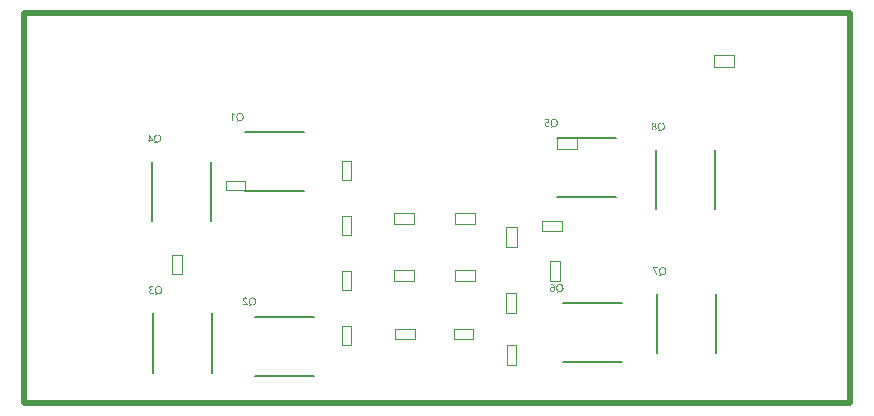
<source format=gbo>
G04*
G04 #@! TF.GenerationSoftware,Altium Limited,Altium Designer,20.0.13 (296)*
G04*
G04 Layer_Color=32896*
%FSLAX24Y24*%
%MOIN*%
G70*
G01*
G75*
%ADD11C,0.0079*%
%ADD25C,0.0200*%
%ADD26C,0.0039*%
G36*
X21017Y9351D02*
X21024Y9350D01*
X21030Y9349D01*
X21036Y9348D01*
X21040Y9346D01*
X21043Y9344D01*
X21046Y9343D01*
X21046Y9343D01*
X21052Y9340D01*
X21058Y9335D01*
X21062Y9331D01*
X21065Y9328D01*
X21069Y9324D01*
X21071Y9321D01*
X21072Y9320D01*
X21073Y9319D01*
X21076Y9313D01*
X21078Y9307D01*
X21080Y9302D01*
X21081Y9297D01*
X21082Y9292D01*
X21082Y9288D01*
Y9286D01*
Y9286D01*
Y9286D01*
X21082Y9279D01*
X21080Y9273D01*
X21079Y9268D01*
X21077Y9263D01*
X21075Y9259D01*
X21074Y9256D01*
X21073Y9254D01*
X21072Y9253D01*
X21068Y9248D01*
X21064Y9244D01*
X21059Y9239D01*
X21055Y9236D01*
X21051Y9233D01*
X21048Y9231D01*
X21046Y9230D01*
X21046Y9229D01*
X21053Y9226D01*
X21060Y9222D01*
X21065Y9217D01*
X21070Y9213D01*
X21074Y9209D01*
X21077Y9206D01*
X21079Y9204D01*
X21080Y9203D01*
Y9203D01*
X21084Y9196D01*
X21087Y9189D01*
X21090Y9182D01*
X21091Y9175D01*
X21092Y9169D01*
X21093Y9165D01*
X21093Y9164D01*
Y9162D01*
Y9162D01*
Y9162D01*
X21093Y9154D01*
X21091Y9146D01*
X21090Y9140D01*
X21088Y9134D01*
X21086Y9129D01*
X21084Y9125D01*
X21083Y9123D01*
X21083Y9122D01*
X21078Y9116D01*
X21073Y9111D01*
X21068Y9106D01*
X21063Y9102D01*
X21059Y9100D01*
X21056Y9097D01*
X21053Y9096D01*
X21053Y9095D01*
X21045Y9093D01*
X21038Y9090D01*
X21031Y9088D01*
X21024Y9087D01*
X21018Y9087D01*
X21014Y9086D01*
X21010D01*
X21001Y9087D01*
X20993Y9087D01*
X20986Y9089D01*
X20979Y9091D01*
X20974Y9093D01*
X20970Y9094D01*
X20967Y9095D01*
X20966Y9095D01*
X20959Y9099D01*
X20954Y9104D01*
X20949Y9108D01*
X20944Y9112D01*
X20941Y9116D01*
X20939Y9119D01*
X20937Y9121D01*
X20937Y9122D01*
X20933Y9129D01*
X20931Y9136D01*
X20929Y9142D01*
X20927Y9148D01*
X20927Y9154D01*
X20926Y9158D01*
Y9159D01*
Y9161D01*
Y9161D01*
Y9162D01*
X20927Y9169D01*
X20928Y9177D01*
X20930Y9184D01*
X20933Y9190D01*
X20935Y9195D01*
X20937Y9199D01*
X20939Y9201D01*
X20939Y9202D01*
X20944Y9209D01*
X20950Y9214D01*
X20956Y9219D01*
X20961Y9223D01*
X20966Y9226D01*
X20970Y9228D01*
X20972Y9229D01*
X20973Y9229D01*
X20973D01*
X20967Y9233D01*
X20962Y9237D01*
X20957Y9241D01*
X20954Y9245D01*
X20951Y9248D01*
X20949Y9251D01*
X20947Y9253D01*
X20947Y9254D01*
X20944Y9260D01*
X20942Y9265D01*
X20940Y9271D01*
X20939Y9276D01*
X20938Y9279D01*
X20937Y9283D01*
Y9285D01*
Y9286D01*
X20938Y9292D01*
X20939Y9299D01*
X20940Y9304D01*
X20942Y9309D01*
X20944Y9313D01*
X20945Y9317D01*
X20946Y9318D01*
X20947Y9319D01*
X20950Y9325D01*
X20954Y9329D01*
X20959Y9333D01*
X20963Y9337D01*
X20967Y9339D01*
X20970Y9341D01*
X20972Y9343D01*
X20973Y9343D01*
X20979Y9346D01*
X20986Y9348D01*
X20992Y9350D01*
X20997Y9350D01*
X21002Y9351D01*
X21006Y9352D01*
X21010D01*
X21017Y9351D01*
D02*
G37*
G36*
X21256D02*
X21266Y9350D01*
X21275Y9348D01*
X21284Y9346D01*
X21292Y9343D01*
X21299Y9340D01*
X21306Y9337D01*
X21313Y9333D01*
X21318Y9330D01*
X21323Y9326D01*
X21327Y9323D01*
X21330Y9320D01*
X21333Y9318D01*
X21335Y9316D01*
X21336Y9315D01*
X21337Y9315D01*
X21343Y9308D01*
X21348Y9300D01*
X21353Y9292D01*
X21356Y9283D01*
X21360Y9275D01*
X21362Y9267D01*
X21365Y9259D01*
X21366Y9251D01*
X21367Y9244D01*
X21369Y9237D01*
X21369Y9231D01*
X21370Y9226D01*
Y9221D01*
X21370Y9218D01*
Y9216D01*
Y9215D01*
X21370Y9205D01*
X21369Y9194D01*
X21367Y9185D01*
X21365Y9176D01*
X21363Y9168D01*
X21360Y9160D01*
X21357Y9153D01*
X21354Y9147D01*
X21351Y9141D01*
X21348Y9136D01*
X21345Y9132D01*
X21343Y9128D01*
X21340Y9125D01*
X21339Y9123D01*
X21338Y9122D01*
X21338Y9122D01*
X21331Y9115D01*
X21324Y9110D01*
X21317Y9105D01*
X21310Y9101D01*
X21302Y9097D01*
X21295Y9095D01*
X21288Y9092D01*
X21281Y9090D01*
X21274Y9089D01*
X21268Y9088D01*
X21263Y9087D01*
X21259Y9086D01*
X21255D01*
X21252Y9086D01*
X21249D01*
X21241Y9086D01*
X21234Y9087D01*
X21226Y9087D01*
X21220Y9089D01*
X21215Y9090D01*
X21211Y9090D01*
X21209Y9091D01*
X21208Y9091D01*
X21159Y9055D01*
X21104D01*
X21177Y9107D01*
X21170Y9112D01*
X21167Y9115D01*
X21165Y9117D01*
X21162Y9119D01*
X21161Y9121D01*
X21160Y9122D01*
X21160Y9122D01*
X21154Y9129D01*
X21148Y9137D01*
X21144Y9145D01*
X21140Y9153D01*
X21137Y9162D01*
X21134Y9170D01*
X21132Y9178D01*
X21130Y9186D01*
X21129Y9193D01*
X21127Y9200D01*
X21127Y9206D01*
X21126Y9211D01*
Y9216D01*
X21126Y9219D01*
Y9221D01*
Y9221D01*
X21126Y9232D01*
X21127Y9242D01*
X21129Y9252D01*
X21131Y9261D01*
X21133Y9269D01*
X21136Y9277D01*
X21139Y9284D01*
X21142Y9290D01*
X21145Y9296D01*
X21148Y9301D01*
X21151Y9305D01*
X21154Y9309D01*
X21156Y9312D01*
X21157Y9314D01*
X21158Y9315D01*
X21159Y9315D01*
X21165Y9322D01*
X21172Y9328D01*
X21179Y9332D01*
X21186Y9336D01*
X21193Y9340D01*
X21200Y9343D01*
X21207Y9345D01*
X21214Y9347D01*
X21221Y9349D01*
X21226Y9350D01*
X21232Y9350D01*
X21236Y9351D01*
X21240D01*
X21243Y9352D01*
X21245D01*
X21256Y9351D01*
D02*
G37*
G36*
X21141Y4498D02*
X21013D01*
X21027Y4474D01*
X21033Y4462D01*
X21039Y4451D01*
X21045Y4440D01*
X21050Y4429D01*
X21054Y4420D01*
X21058Y4411D01*
X21062Y4402D01*
X21066Y4395D01*
X21068Y4389D01*
X21071Y4383D01*
X21072Y4379D01*
X21073Y4376D01*
X21074Y4374D01*
X21075Y4373D01*
X21083Y4352D01*
X21086Y4342D01*
X21089Y4333D01*
X21092Y4324D01*
X21094Y4315D01*
X21096Y4307D01*
X21098Y4300D01*
X21099Y4293D01*
X21101Y4287D01*
X21102Y4282D01*
X21103Y4278D01*
X21103Y4275D01*
X21103Y4272D01*
X21104Y4270D01*
Y4270D01*
X21070D01*
X21067Y4288D01*
X21063Y4306D01*
X21058Y4324D01*
X21056Y4332D01*
X21054Y4340D01*
X21051Y4348D01*
X21049Y4354D01*
X21047Y4361D01*
X21045Y4366D01*
X21044Y4370D01*
X21042Y4374D01*
X21042Y4375D01*
X21041Y4376D01*
X21032Y4399D01*
X21021Y4422D01*
X21016Y4433D01*
X21011Y4444D01*
X21006Y4454D01*
X21001Y4464D01*
X20996Y4473D01*
X20992Y4482D01*
X20987Y4489D01*
X20984Y4495D01*
X20981Y4500D01*
X20979Y4504D01*
X20978Y4506D01*
X20977Y4507D01*
Y4527D01*
X21141D01*
Y4498D01*
D02*
G37*
G36*
X21306Y4531D02*
X21316Y4530D01*
X21325Y4528D01*
X21334Y4526D01*
X21342Y4523D01*
X21349Y4520D01*
X21356Y4517D01*
X21363Y4513D01*
X21368Y4510D01*
X21373Y4506D01*
X21377Y4503D01*
X21380Y4500D01*
X21383Y4498D01*
X21385Y4496D01*
X21386Y4495D01*
X21387Y4495D01*
X21393Y4488D01*
X21398Y4480D01*
X21403Y4472D01*
X21406Y4463D01*
X21410Y4455D01*
X21412Y4447D01*
X21415Y4439D01*
X21416Y4431D01*
X21418Y4424D01*
X21419Y4417D01*
X21419Y4411D01*
X21420Y4406D01*
Y4401D01*
X21420Y4398D01*
Y4396D01*
Y4395D01*
X21420Y4385D01*
X21419Y4374D01*
X21418Y4365D01*
X21415Y4356D01*
X21413Y4348D01*
X21410Y4340D01*
X21407Y4333D01*
X21404Y4327D01*
X21401Y4321D01*
X21398Y4316D01*
X21395Y4312D01*
X21393Y4308D01*
X21390Y4305D01*
X21389Y4303D01*
X21388Y4302D01*
X21388Y4302D01*
X21381Y4295D01*
X21374Y4290D01*
X21367Y4285D01*
X21360Y4281D01*
X21352Y4277D01*
X21345Y4275D01*
X21338Y4272D01*
X21331Y4270D01*
X21324Y4269D01*
X21319Y4268D01*
X21313Y4267D01*
X21309Y4266D01*
X21305D01*
X21302Y4266D01*
X21299D01*
X21291Y4266D01*
X21284Y4267D01*
X21276Y4268D01*
X21270Y4269D01*
X21265Y4270D01*
X21261Y4270D01*
X21259Y4271D01*
X21258Y4271D01*
X21209Y4235D01*
X21154D01*
X21227Y4287D01*
X21220Y4292D01*
X21217Y4295D01*
X21214Y4297D01*
X21212Y4299D01*
X21211Y4301D01*
X21210Y4302D01*
X21209Y4302D01*
X21204Y4309D01*
X21198Y4317D01*
X21194Y4325D01*
X21190Y4333D01*
X21187Y4342D01*
X21184Y4350D01*
X21182Y4358D01*
X21180Y4366D01*
X21179Y4373D01*
X21177Y4380D01*
X21177Y4386D01*
X21176Y4391D01*
Y4396D01*
X21176Y4399D01*
Y4401D01*
Y4401D01*
X21176Y4412D01*
X21177Y4422D01*
X21179Y4432D01*
X21181Y4441D01*
X21183Y4449D01*
X21186Y4457D01*
X21189Y4464D01*
X21192Y4470D01*
X21195Y4476D01*
X21198Y4481D01*
X21201Y4485D01*
X21204Y4489D01*
X21206Y4492D01*
X21207Y4494D01*
X21208Y4495D01*
X21209Y4495D01*
X21215Y4502D01*
X21222Y4508D01*
X21229Y4512D01*
X21236Y4516D01*
X21243Y4520D01*
X21250Y4523D01*
X21257Y4525D01*
X21264Y4527D01*
X21271Y4529D01*
X21276Y4530D01*
X21282Y4530D01*
X21286Y4531D01*
X21290D01*
X21293Y4532D01*
X21295D01*
X21306Y4531D01*
D02*
G37*
G36*
X17612Y3971D02*
X17620Y3970D01*
X17628Y3968D01*
X17636Y3965D01*
X17642Y3963D01*
X17648Y3959D01*
X17654Y3955D01*
X17660Y3952D01*
X17664Y3948D01*
X17668Y3944D01*
X17672Y3941D01*
X17675Y3938D01*
X17678Y3935D01*
X17679Y3933D01*
X17680Y3932D01*
X17680Y3931D01*
X17685Y3923D01*
X17690Y3915D01*
X17694Y3906D01*
X17697Y3898D01*
X17700Y3888D01*
X17703Y3880D01*
X17705Y3871D01*
X17706Y3862D01*
X17707Y3854D01*
X17708Y3847D01*
X17709Y3840D01*
X17709Y3834D01*
X17710Y3830D01*
Y3826D01*
Y3824D01*
Y3823D01*
X17709Y3813D01*
X17709Y3803D01*
X17708Y3794D01*
X17706Y3786D01*
X17705Y3778D01*
X17703Y3771D01*
X17700Y3765D01*
X17698Y3759D01*
X17697Y3753D01*
X17695Y3749D01*
X17693Y3745D01*
X17691Y3742D01*
X17690Y3740D01*
X17688Y3737D01*
X17688Y3737D01*
X17688Y3736D01*
X17683Y3731D01*
X17678Y3726D01*
X17673Y3722D01*
X17668Y3719D01*
X17663Y3716D01*
X17658Y3713D01*
X17653Y3711D01*
X17648Y3710D01*
X17644Y3708D01*
X17640Y3708D01*
X17636Y3707D01*
X17632Y3706D01*
X17630D01*
X17628Y3706D01*
X17626D01*
X17619Y3706D01*
X17613Y3707D01*
X17607Y3708D01*
X17602Y3710D01*
X17592Y3713D01*
X17587Y3716D01*
X17583Y3718D01*
X17580Y3720D01*
X17577Y3722D01*
X17574Y3725D01*
X17572Y3726D01*
X17570Y3728D01*
X17568Y3729D01*
X17568Y3730D01*
X17567Y3730D01*
X17563Y3735D01*
X17559Y3740D01*
X17557Y3745D01*
X17554Y3750D01*
X17550Y3760D01*
X17547Y3770D01*
X17546Y3774D01*
X17545Y3778D01*
X17545Y3782D01*
X17544Y3785D01*
X17544Y3788D01*
Y3790D01*
Y3791D01*
Y3792D01*
X17544Y3798D01*
X17545Y3804D01*
X17547Y3816D01*
X17550Y3826D01*
X17552Y3830D01*
X17554Y3834D01*
X17556Y3838D01*
X17558Y3841D01*
X17559Y3843D01*
X17561Y3846D01*
X17562Y3847D01*
X17563Y3849D01*
X17564Y3849D01*
X17564Y3849D01*
X17568Y3853D01*
X17572Y3857D01*
X17577Y3860D01*
X17581Y3862D01*
X17590Y3866D01*
X17598Y3868D01*
X17606Y3870D01*
X17609Y3871D01*
X17612Y3871D01*
X17614Y3871D01*
X17617D01*
X17625Y3871D01*
X17631Y3870D01*
X17638Y3868D01*
X17643Y3866D01*
X17648Y3863D01*
X17653Y3860D01*
X17658Y3857D01*
X17661Y3854D01*
X17665Y3851D01*
X17668Y3847D01*
X17670Y3844D01*
X17672Y3841D01*
X17673Y3839D01*
X17675Y3838D01*
X17675Y3836D01*
X17675Y3836D01*
X17676D01*
X17676Y3845D01*
X17675Y3854D01*
X17674Y3862D01*
X17673Y3870D01*
X17672Y3877D01*
X17670Y3883D01*
X17668Y3889D01*
X17666Y3894D01*
X17664Y3899D01*
X17662Y3903D01*
X17661Y3907D01*
X17659Y3910D01*
X17658Y3912D01*
X17657Y3914D01*
X17656Y3915D01*
X17656Y3915D01*
X17652Y3920D01*
X17648Y3925D01*
X17643Y3928D01*
X17639Y3932D01*
X17634Y3935D01*
X17630Y3937D01*
X17626Y3939D01*
X17621Y3940D01*
X17614Y3943D01*
X17611Y3943D01*
X17608Y3944D01*
X17606Y3944D01*
X17602D01*
X17594Y3944D01*
X17586Y3943D01*
X17579Y3941D01*
X17573Y3939D01*
X17568Y3938D01*
X17564Y3936D01*
X17561Y3935D01*
X17561Y3934D01*
X17560D01*
Y3964D01*
X17567Y3967D01*
X17574Y3968D01*
X17581Y3970D01*
X17587Y3971D01*
X17594Y3971D01*
X17599Y3972D01*
X17603D01*
X17612Y3971D01*
D02*
G37*
G36*
X17876D02*
X17886Y3970D01*
X17895Y3968D01*
X17904Y3966D01*
X17912Y3963D01*
X17919Y3960D01*
X17926Y3957D01*
X17933Y3953D01*
X17938Y3950D01*
X17943Y3946D01*
X17947Y3943D01*
X17950Y3940D01*
X17953Y3938D01*
X17955Y3936D01*
X17956Y3935D01*
X17957Y3935D01*
X17963Y3928D01*
X17968Y3920D01*
X17973Y3912D01*
X17976Y3903D01*
X17980Y3895D01*
X17982Y3887D01*
X17985Y3879D01*
X17986Y3871D01*
X17988Y3864D01*
X17989Y3857D01*
X17989Y3851D01*
X17990Y3846D01*
Y3841D01*
X17990Y3838D01*
Y3836D01*
Y3835D01*
X17990Y3825D01*
X17989Y3814D01*
X17988Y3805D01*
X17985Y3796D01*
X17983Y3788D01*
X17980Y3780D01*
X17977Y3773D01*
X17974Y3767D01*
X17971Y3761D01*
X17968Y3756D01*
X17965Y3752D01*
X17963Y3748D01*
X17960Y3745D01*
X17959Y3743D01*
X17958Y3742D01*
X17958Y3742D01*
X17951Y3735D01*
X17944Y3730D01*
X17937Y3725D01*
X17930Y3721D01*
X17922Y3717D01*
X17915Y3715D01*
X17908Y3712D01*
X17901Y3710D01*
X17894Y3709D01*
X17888Y3708D01*
X17883Y3707D01*
X17879Y3706D01*
X17875D01*
X17872Y3706D01*
X17869D01*
X17861Y3706D01*
X17854Y3707D01*
X17846Y3708D01*
X17840Y3709D01*
X17835Y3710D01*
X17831Y3710D01*
X17829Y3711D01*
X17828Y3711D01*
X17779Y3675D01*
X17724D01*
X17797Y3727D01*
X17790Y3732D01*
X17787Y3735D01*
X17785Y3737D01*
X17782Y3739D01*
X17781Y3741D01*
X17780Y3742D01*
X17780Y3742D01*
X17774Y3749D01*
X17768Y3757D01*
X17764Y3765D01*
X17760Y3773D01*
X17757Y3782D01*
X17754Y3790D01*
X17752Y3798D01*
X17750Y3806D01*
X17749Y3813D01*
X17747Y3820D01*
X17747Y3826D01*
X17746Y3831D01*
Y3836D01*
X17746Y3839D01*
Y3841D01*
Y3841D01*
X17746Y3852D01*
X17747Y3862D01*
X17749Y3872D01*
X17751Y3881D01*
X17753Y3889D01*
X17756Y3897D01*
X17759Y3904D01*
X17762Y3910D01*
X17765Y3916D01*
X17768Y3921D01*
X17771Y3925D01*
X17774Y3929D01*
X17776Y3932D01*
X17777Y3934D01*
X17778Y3935D01*
X17779Y3935D01*
X17785Y3942D01*
X17792Y3948D01*
X17799Y3952D01*
X17806Y3956D01*
X17813Y3960D01*
X17820Y3963D01*
X17827Y3965D01*
X17834Y3967D01*
X17841Y3969D01*
X17846Y3970D01*
X17852Y3970D01*
X17856Y3971D01*
X17860D01*
X17863Y3972D01*
X17865D01*
X17876Y3971D01*
D02*
G37*
G36*
X17507Y9336D02*
X17499Y9337D01*
X17492Y9338D01*
X17484Y9338D01*
X17478D01*
X17472Y9339D01*
X17463D01*
X17452Y9338D01*
X17442Y9336D01*
X17434Y9334D01*
X17427Y9332D01*
X17422Y9329D01*
X17418Y9327D01*
X17416Y9325D01*
X17415Y9325D01*
X17409Y9319D01*
X17405Y9313D01*
X17401Y9307D01*
X17399Y9301D01*
X17398Y9295D01*
X17398Y9291D01*
X17397Y9289D01*
Y9288D01*
Y9287D01*
Y9287D01*
X17398Y9278D01*
X17400Y9270D01*
X17403Y9263D01*
X17406Y9257D01*
X17409Y9253D01*
X17411Y9250D01*
X17413Y9248D01*
X17414Y9247D01*
X17421Y9242D01*
X17428Y9239D01*
X17435Y9236D01*
X17442Y9234D01*
X17448Y9233D01*
X17453Y9233D01*
X17455Y9232D01*
X17457D01*
X17467Y9233D01*
X17477Y9235D01*
X17486Y9238D01*
X17494Y9241D01*
X17501Y9244D01*
X17503Y9246D01*
X17506Y9247D01*
X17508Y9248D01*
X17509Y9249D01*
X17510Y9250D01*
X17510D01*
Y9216D01*
X17507Y9215D01*
X17503Y9213D01*
X17495Y9210D01*
X17486Y9208D01*
X17477Y9207D01*
X17469Y9206D01*
X17465D01*
X17462Y9206D01*
X17456D01*
X17449Y9206D01*
X17441Y9207D01*
X17435Y9208D01*
X17428Y9210D01*
X17422Y9211D01*
X17417Y9213D01*
X17412Y9215D01*
X17407Y9217D01*
X17403Y9220D01*
X17399Y9222D01*
X17396Y9223D01*
X17394Y9225D01*
X17392Y9227D01*
X17391Y9228D01*
X17390Y9228D01*
X17389Y9229D01*
X17385Y9233D01*
X17381Y9238D01*
X17378Y9243D01*
X17375Y9248D01*
X17372Y9253D01*
X17371Y9258D01*
X17367Y9267D01*
X17367Y9272D01*
X17366Y9276D01*
X17365Y9279D01*
X17365Y9283D01*
X17364Y9285D01*
Y9287D01*
Y9289D01*
Y9289D01*
X17365Y9296D01*
X17365Y9302D01*
X17368Y9314D01*
X17370Y9319D01*
X17372Y9324D01*
X17374Y9328D01*
X17376Y9331D01*
X17378Y9335D01*
X17380Y9338D01*
X17382Y9341D01*
X17384Y9343D01*
X17386Y9344D01*
X17387Y9346D01*
X17387Y9346D01*
X17388Y9346D01*
X17392Y9350D01*
X17397Y9353D01*
X17402Y9356D01*
X17408Y9358D01*
X17418Y9362D01*
X17429Y9364D01*
X17433Y9365D01*
X17438Y9366D01*
X17442Y9366D01*
X17445D01*
X17448Y9367D01*
X17452D01*
X17475Y9366D01*
X17470Y9439D01*
X17377D01*
Y9467D01*
X17497D01*
X17507Y9336D01*
D02*
G37*
G36*
X17686Y9471D02*
X17696Y9470D01*
X17705Y9468D01*
X17714Y9466D01*
X17722Y9463D01*
X17729Y9460D01*
X17736Y9457D01*
X17743Y9453D01*
X17748Y9450D01*
X17753Y9446D01*
X17757Y9443D01*
X17760Y9440D01*
X17763Y9438D01*
X17765Y9436D01*
X17766Y9435D01*
X17767Y9435D01*
X17773Y9428D01*
X17778Y9420D01*
X17783Y9412D01*
X17786Y9403D01*
X17790Y9395D01*
X17792Y9387D01*
X17795Y9379D01*
X17796Y9371D01*
X17797Y9363D01*
X17799Y9357D01*
X17799Y9351D01*
X17800Y9346D01*
Y9341D01*
X17800Y9338D01*
Y9336D01*
Y9335D01*
X17800Y9325D01*
X17799Y9314D01*
X17797Y9305D01*
X17795Y9296D01*
X17793Y9288D01*
X17790Y9280D01*
X17787Y9273D01*
X17784Y9267D01*
X17781Y9261D01*
X17778Y9256D01*
X17775Y9252D01*
X17773Y9248D01*
X17770Y9245D01*
X17769Y9243D01*
X17768Y9242D01*
X17768Y9242D01*
X17761Y9235D01*
X17754Y9230D01*
X17747Y9225D01*
X17740Y9221D01*
X17732Y9217D01*
X17725Y9215D01*
X17718Y9212D01*
X17711Y9210D01*
X17704Y9209D01*
X17699Y9208D01*
X17693Y9207D01*
X17689Y9206D01*
X17685D01*
X17682Y9206D01*
X17679D01*
X17671Y9206D01*
X17664Y9207D01*
X17656Y9208D01*
X17650Y9209D01*
X17645Y9210D01*
X17641Y9210D01*
X17639Y9211D01*
X17638Y9211D01*
X17589Y9175D01*
X17534D01*
X17607Y9227D01*
X17600Y9232D01*
X17597Y9235D01*
X17594Y9237D01*
X17592Y9239D01*
X17591Y9241D01*
X17590Y9242D01*
X17589Y9242D01*
X17584Y9249D01*
X17578Y9257D01*
X17574Y9265D01*
X17570Y9273D01*
X17567Y9282D01*
X17564Y9290D01*
X17562Y9298D01*
X17560Y9306D01*
X17559Y9313D01*
X17557Y9320D01*
X17557Y9326D01*
X17556Y9331D01*
Y9336D01*
X17556Y9339D01*
Y9341D01*
Y9341D01*
X17556Y9352D01*
X17557Y9362D01*
X17559Y9372D01*
X17561Y9381D01*
X17563Y9389D01*
X17566Y9397D01*
X17569Y9404D01*
X17572Y9410D01*
X17575Y9416D01*
X17578Y9421D01*
X17581Y9425D01*
X17584Y9429D01*
X17586Y9432D01*
X17587Y9434D01*
X17588Y9435D01*
X17589Y9435D01*
X17595Y9442D01*
X17602Y9448D01*
X17609Y9452D01*
X17616Y9456D01*
X17623Y9460D01*
X17630Y9463D01*
X17637Y9465D01*
X17644Y9467D01*
X17651Y9469D01*
X17656Y9470D01*
X17662Y9470D01*
X17666Y9471D01*
X17670D01*
X17673Y9472D01*
X17675D01*
X17686Y9471D01*
D02*
G37*
G36*
X4207Y8931D02*
X4216Y8916D01*
X4225Y8901D01*
X4229Y8894D01*
X4233Y8888D01*
X4237Y8881D01*
X4241Y8876D01*
X4244Y8871D01*
X4247Y8867D01*
X4249Y8863D01*
X4251Y8861D01*
X4252Y8859D01*
X4252Y8859D01*
X4264Y8842D01*
X4276Y8826D01*
X4281Y8819D01*
X4287Y8812D01*
X4292Y8806D01*
X4297Y8800D01*
X4301Y8794D01*
X4305Y8790D01*
X4308Y8786D01*
X4311Y8782D01*
X4313Y8779D01*
X4315Y8777D01*
X4316Y8776D01*
X4317Y8776D01*
Y8750D01*
X4196D01*
Y8690D01*
X4165D01*
Y8750D01*
X4126D01*
Y8777D01*
X4165D01*
Y8947D01*
X4199D01*
X4207Y8931D01*
D02*
G37*
G36*
X4466Y8951D02*
X4476Y8950D01*
X4485Y8948D01*
X4494Y8946D01*
X4502Y8943D01*
X4509Y8940D01*
X4516Y8937D01*
X4523Y8933D01*
X4528Y8930D01*
X4533Y8926D01*
X4537Y8923D01*
X4540Y8920D01*
X4543Y8918D01*
X4545Y8916D01*
X4546Y8915D01*
X4547Y8915D01*
X4553Y8908D01*
X4558Y8900D01*
X4563Y8892D01*
X4566Y8883D01*
X4570Y8875D01*
X4572Y8867D01*
X4575Y8859D01*
X4576Y8851D01*
X4577Y8844D01*
X4579Y8837D01*
X4579Y8831D01*
X4580Y8826D01*
Y8821D01*
X4580Y8818D01*
Y8816D01*
Y8815D01*
X4580Y8805D01*
X4579Y8794D01*
X4577Y8785D01*
X4575Y8776D01*
X4573Y8768D01*
X4570Y8760D01*
X4567Y8753D01*
X4564Y8747D01*
X4561Y8741D01*
X4558Y8736D01*
X4555Y8732D01*
X4553Y8728D01*
X4550Y8725D01*
X4549Y8723D01*
X4548Y8722D01*
X4548Y8722D01*
X4541Y8715D01*
X4534Y8710D01*
X4527Y8705D01*
X4520Y8701D01*
X4512Y8697D01*
X4505Y8695D01*
X4498Y8692D01*
X4491Y8690D01*
X4484Y8689D01*
X4478Y8688D01*
X4473Y8687D01*
X4469Y8686D01*
X4465D01*
X4462Y8686D01*
X4459D01*
X4451Y8686D01*
X4444Y8687D01*
X4436Y8687D01*
X4430Y8689D01*
X4425Y8690D01*
X4421Y8690D01*
X4419Y8691D01*
X4418Y8691D01*
X4369Y8655D01*
X4314D01*
X4387Y8707D01*
X4380Y8712D01*
X4377Y8715D01*
X4374Y8717D01*
X4372Y8719D01*
X4371Y8721D01*
X4370Y8722D01*
X4369Y8722D01*
X4364Y8729D01*
X4358Y8737D01*
X4354Y8745D01*
X4350Y8753D01*
X4347Y8762D01*
X4344Y8770D01*
X4342Y8778D01*
X4340Y8786D01*
X4339Y8793D01*
X4337Y8800D01*
X4337Y8806D01*
X4336Y8811D01*
Y8816D01*
X4336Y8819D01*
Y8821D01*
Y8821D01*
X4336Y8832D01*
X4337Y8842D01*
X4339Y8852D01*
X4341Y8861D01*
X4343Y8869D01*
X4346Y8877D01*
X4349Y8884D01*
X4352Y8890D01*
X4355Y8896D01*
X4358Y8901D01*
X4361Y8905D01*
X4364Y8909D01*
X4366Y8912D01*
X4367Y8914D01*
X4368Y8915D01*
X4369Y8915D01*
X4375Y8922D01*
X4382Y8928D01*
X4389Y8932D01*
X4396Y8936D01*
X4403Y8940D01*
X4410Y8943D01*
X4417Y8945D01*
X4424Y8947D01*
X4431Y8949D01*
X4436Y8950D01*
X4442Y8950D01*
X4446Y8951D01*
X4450D01*
X4453Y8952D01*
X4455D01*
X4466Y8951D01*
D02*
G37*
G36*
X4269Y3901D02*
X4280Y3899D01*
X4290Y3897D01*
X4299Y3894D01*
X4303Y3893D01*
X4306Y3891D01*
X4309Y3890D01*
X4311Y3889D01*
X4313Y3888D01*
X4314Y3888D01*
X4315Y3887D01*
X4315D01*
Y3856D01*
X4311Y3860D01*
X4306Y3862D01*
X4298Y3867D01*
X4289Y3870D01*
X4281Y3872D01*
X4275Y3873D01*
X4272Y3874D01*
X4269D01*
X4267Y3874D01*
X4265D01*
X4256Y3874D01*
X4249Y3873D01*
X4243Y3870D01*
X4237Y3868D01*
X4233Y3865D01*
X4229Y3861D01*
X4226Y3857D01*
X4223Y3853D01*
X4221Y3849D01*
X4220Y3846D01*
X4219Y3842D01*
X4218Y3839D01*
X4218Y3836D01*
X4217Y3834D01*
Y3833D01*
Y3832D01*
X4218Y3824D01*
X4220Y3817D01*
X4223Y3811D01*
X4227Y3806D01*
X4232Y3801D01*
X4237Y3797D01*
X4243Y3794D01*
X4248Y3792D01*
X4254Y3790D01*
X4260Y3789D01*
X4265Y3787D01*
X4270Y3787D01*
X4273Y3786D01*
X4277Y3786D01*
X4300D01*
Y3759D01*
X4278D01*
X4266Y3759D01*
X4255Y3757D01*
X4246Y3755D01*
X4238Y3752D01*
X4231Y3748D01*
X4225Y3744D01*
X4221Y3739D01*
X4217Y3735D01*
X4214Y3730D01*
X4212Y3726D01*
X4210Y3722D01*
X4209Y3718D01*
X4209Y3715D01*
X4208Y3712D01*
Y3711D01*
Y3710D01*
X4209Y3702D01*
X4211Y3696D01*
X4213Y3690D01*
X4216Y3685D01*
X4219Y3681D01*
X4221Y3678D01*
X4223Y3676D01*
X4224Y3675D01*
X4230Y3671D01*
X4237Y3668D01*
X4244Y3666D01*
X4251Y3664D01*
X4257Y3663D01*
X4261Y3663D01*
X4263Y3662D01*
X4266D01*
X4272Y3663D01*
X4278Y3663D01*
X4289Y3666D01*
X4299Y3669D01*
X4308Y3673D01*
X4312Y3675D01*
X4315Y3677D01*
X4318Y3678D01*
X4321Y3680D01*
X4323Y3681D01*
X4324Y3682D01*
X4325Y3682D01*
X4325Y3683D01*
Y3649D01*
X4316Y3645D01*
X4307Y3642D01*
X4297Y3639D01*
X4288Y3638D01*
X4279Y3637D01*
X4276Y3636D01*
X4273D01*
X4270Y3636D01*
X4267D01*
X4259Y3636D01*
X4252Y3637D01*
X4245Y3638D01*
X4239Y3639D01*
X4233Y3641D01*
X4227Y3643D01*
X4222Y3644D01*
X4218Y3646D01*
X4214Y3648D01*
X4210Y3650D01*
X4207Y3652D01*
X4205Y3653D01*
X4203Y3655D01*
X4201Y3656D01*
X4201Y3656D01*
X4200Y3657D01*
X4196Y3661D01*
X4192Y3665D01*
X4189Y3670D01*
X4186Y3675D01*
X4183Y3679D01*
X4182Y3684D01*
X4178Y3693D01*
X4177Y3701D01*
X4176Y3704D01*
X4176Y3707D01*
X4175Y3709D01*
Y3711D01*
Y3712D01*
Y3713D01*
X4176Y3722D01*
X4178Y3730D01*
X4180Y3737D01*
X4183Y3743D01*
X4187Y3748D01*
X4189Y3751D01*
X4191Y3754D01*
X4191Y3754D01*
X4198Y3760D01*
X4205Y3764D01*
X4212Y3768D01*
X4219Y3771D01*
X4226Y3772D01*
X4228Y3773D01*
X4231Y3773D01*
X4233Y3774D01*
X4234Y3774D01*
X4235D01*
Y3775D01*
X4226Y3778D01*
X4218Y3782D01*
X4211Y3786D01*
X4206Y3791D01*
X4201Y3796D01*
X4196Y3802D01*
X4193Y3807D01*
X4190Y3813D01*
X4188Y3818D01*
X4187Y3823D01*
X4186Y3828D01*
X4185Y3832D01*
X4184Y3835D01*
X4184Y3838D01*
Y3839D01*
Y3840D01*
X4184Y3845D01*
X4185Y3850D01*
X4187Y3858D01*
X4190Y3866D01*
X4194Y3872D01*
X4198Y3878D01*
X4201Y3881D01*
X4203Y3883D01*
X4204Y3884D01*
X4204D01*
X4212Y3890D01*
X4221Y3894D01*
X4229Y3898D01*
X4238Y3900D01*
X4245Y3901D01*
X4248Y3901D01*
X4251D01*
X4253Y3902D01*
X4257D01*
X4269Y3901D01*
D02*
G37*
G36*
X4496Y3901D02*
X4506Y3900D01*
X4515Y3898D01*
X4524Y3896D01*
X4532Y3893D01*
X4539Y3890D01*
X4546Y3887D01*
X4553Y3883D01*
X4558Y3880D01*
X4563Y3876D01*
X4567Y3873D01*
X4570Y3870D01*
X4573Y3868D01*
X4575Y3866D01*
X4576Y3865D01*
X4577Y3865D01*
X4583Y3858D01*
X4588Y3850D01*
X4593Y3842D01*
X4596Y3833D01*
X4600Y3825D01*
X4602Y3817D01*
X4605Y3809D01*
X4606Y3801D01*
X4608Y3794D01*
X4609Y3787D01*
X4609Y3781D01*
X4610Y3776D01*
Y3771D01*
X4610Y3768D01*
Y3766D01*
Y3765D01*
X4610Y3755D01*
X4609Y3744D01*
X4608Y3735D01*
X4605Y3726D01*
X4603Y3718D01*
X4600Y3710D01*
X4597Y3703D01*
X4594Y3697D01*
X4591Y3691D01*
X4588Y3686D01*
X4585Y3682D01*
X4583Y3678D01*
X4580Y3675D01*
X4579Y3673D01*
X4578Y3672D01*
X4578Y3672D01*
X4571Y3665D01*
X4564Y3660D01*
X4557Y3655D01*
X4550Y3651D01*
X4542Y3647D01*
X4535Y3645D01*
X4528Y3642D01*
X4521Y3640D01*
X4514Y3639D01*
X4509Y3638D01*
X4503Y3637D01*
X4499Y3636D01*
X4495D01*
X4492Y3636D01*
X4489D01*
X4481Y3636D01*
X4474Y3637D01*
X4466Y3638D01*
X4460Y3639D01*
X4455Y3640D01*
X4451Y3640D01*
X4449Y3641D01*
X4448Y3641D01*
X4399Y3605D01*
X4344D01*
X4417Y3657D01*
X4410Y3662D01*
X4407Y3665D01*
X4405Y3667D01*
X4402Y3669D01*
X4401Y3671D01*
X4400Y3672D01*
X4399Y3672D01*
X4394Y3679D01*
X4388Y3687D01*
X4384Y3695D01*
X4380Y3703D01*
X4377Y3712D01*
X4374Y3720D01*
X4372Y3728D01*
X4370Y3736D01*
X4369Y3743D01*
X4367Y3750D01*
X4367Y3756D01*
X4366Y3761D01*
Y3766D01*
X4366Y3769D01*
Y3771D01*
Y3771D01*
X4366Y3782D01*
X4367Y3792D01*
X4369Y3802D01*
X4371Y3811D01*
X4373Y3819D01*
X4376Y3827D01*
X4379Y3834D01*
X4382Y3840D01*
X4385Y3846D01*
X4388Y3851D01*
X4391Y3855D01*
X4394Y3859D01*
X4396Y3862D01*
X4397Y3864D01*
X4398Y3865D01*
X4399Y3865D01*
X4405Y3872D01*
X4412Y3878D01*
X4419Y3882D01*
X4426Y3886D01*
X4433Y3890D01*
X4440Y3893D01*
X4447Y3895D01*
X4454Y3897D01*
X4461Y3899D01*
X4466Y3900D01*
X4472Y3900D01*
X4476Y3901D01*
X4480D01*
X4483Y3902D01*
X4485D01*
X4496Y3901D01*
D02*
G37*
G36*
X7391Y3521D02*
X7398Y3520D01*
X7404Y3520D01*
X7410Y3518D01*
X7414Y3517D01*
X7418Y3516D01*
X7420Y3515D01*
X7421Y3515D01*
X7426Y3512D01*
X7432Y3508D01*
X7436Y3505D01*
X7441Y3502D01*
X7444Y3499D01*
X7447Y3496D01*
X7449Y3495D01*
X7449Y3494D01*
Y3463D01*
X7444Y3468D01*
X7438Y3473D01*
X7433Y3477D01*
X7429Y3480D01*
X7425Y3483D01*
X7422Y3485D01*
X7420Y3485D01*
X7419Y3486D01*
X7413Y3489D01*
X7407Y3491D01*
X7401Y3492D01*
X7396Y3493D01*
X7392Y3494D01*
X7389Y3494D01*
X7386D01*
X7379Y3494D01*
X7371Y3493D01*
X7365Y3490D01*
X7360Y3488D01*
X7356Y3486D01*
X7354Y3484D01*
X7351Y3483D01*
X7351Y3482D01*
X7346Y3478D01*
X7343Y3472D01*
X7341Y3467D01*
X7339Y3462D01*
X7339Y3457D01*
X7338Y3453D01*
Y3451D01*
Y3450D01*
Y3450D01*
X7338Y3442D01*
X7339Y3436D01*
X7341Y3429D01*
X7343Y3424D01*
X7345Y3419D01*
X7347Y3416D01*
X7349Y3414D01*
X7349Y3413D01*
X7351Y3410D01*
X7354Y3407D01*
X7360Y3401D01*
X7367Y3394D01*
X7373Y3389D01*
X7380Y3384D01*
X7383Y3381D01*
X7385Y3380D01*
X7387Y3378D01*
X7389Y3377D01*
X7390Y3376D01*
X7390Y3376D01*
X7401Y3369D01*
X7409Y3362D01*
X7417Y3356D01*
X7423Y3350D01*
X7428Y3346D01*
X7431Y3343D01*
X7433Y3341D01*
X7434Y3340D01*
X7439Y3335D01*
X7443Y3329D01*
X7446Y3324D01*
X7449Y3320D01*
X7451Y3316D01*
X7453Y3313D01*
X7453Y3311D01*
X7454Y3310D01*
X7456Y3304D01*
X7457Y3298D01*
X7458Y3292D01*
X7459Y3286D01*
X7459Y3280D01*
X7460Y3276D01*
Y3275D01*
Y3273D01*
Y3273D01*
Y3272D01*
Y3260D01*
X7298D01*
Y3289D01*
X7426D01*
Y3293D01*
X7425Y3297D01*
X7424Y3301D01*
X7423Y3304D01*
X7423Y3307D01*
X7422Y3308D01*
X7421Y3309D01*
Y3310D01*
X7420Y3313D01*
X7417Y3317D01*
X7415Y3320D01*
X7412Y3323D01*
X7410Y3325D01*
X7408Y3327D01*
X7407Y3328D01*
X7406Y3329D01*
X7404Y3331D01*
X7401Y3333D01*
X7395Y3338D01*
X7388Y3343D01*
X7381Y3348D01*
X7374Y3353D01*
X7371Y3355D01*
X7368Y3357D01*
X7366Y3359D01*
X7364Y3360D01*
X7364Y3360D01*
X7363Y3361D01*
X7357Y3365D01*
X7352Y3369D01*
X7347Y3373D01*
X7343Y3376D01*
X7335Y3384D01*
X7329Y3390D01*
X7324Y3395D01*
X7321Y3399D01*
X7320Y3401D01*
X7319Y3402D01*
X7319Y3403D01*
Y3403D01*
X7314Y3411D01*
X7311Y3420D01*
X7309Y3428D01*
X7307Y3436D01*
X7306Y3442D01*
X7306Y3445D01*
X7305Y3448D01*
Y3449D01*
Y3451D01*
Y3452D01*
Y3452D01*
X7306Y3458D01*
X7306Y3463D01*
X7309Y3474D01*
X7312Y3482D01*
X7316Y3490D01*
X7320Y3495D01*
X7324Y3500D01*
X7325Y3501D01*
X7326Y3502D01*
X7326Y3503D01*
X7327D01*
X7331Y3506D01*
X7335Y3509D01*
X7344Y3514D01*
X7354Y3517D01*
X7363Y3519D01*
X7371Y3521D01*
X7374Y3521D01*
X7377D01*
X7379Y3522D01*
X7383D01*
X7391Y3521D01*
D02*
G37*
G36*
X7626D02*
X7636Y3520D01*
X7645Y3518D01*
X7654Y3516D01*
X7662Y3513D01*
X7669Y3510D01*
X7676Y3507D01*
X7683Y3503D01*
X7688Y3500D01*
X7693Y3496D01*
X7697Y3493D01*
X7700Y3490D01*
X7703Y3488D01*
X7705Y3486D01*
X7706Y3485D01*
X7707Y3485D01*
X7713Y3478D01*
X7718Y3470D01*
X7723Y3462D01*
X7726Y3453D01*
X7730Y3445D01*
X7732Y3437D01*
X7735Y3429D01*
X7736Y3421D01*
X7738Y3413D01*
X7739Y3407D01*
X7739Y3401D01*
X7740Y3396D01*
Y3391D01*
X7740Y3388D01*
Y3386D01*
Y3385D01*
X7740Y3375D01*
X7739Y3364D01*
X7738Y3355D01*
X7735Y3346D01*
X7733Y3338D01*
X7730Y3330D01*
X7727Y3323D01*
X7724Y3317D01*
X7721Y3311D01*
X7718Y3306D01*
X7715Y3302D01*
X7713Y3298D01*
X7710Y3295D01*
X7709Y3293D01*
X7708Y3292D01*
X7708Y3292D01*
X7701Y3285D01*
X7694Y3280D01*
X7687Y3275D01*
X7680Y3271D01*
X7672Y3267D01*
X7665Y3265D01*
X7658Y3262D01*
X7651Y3260D01*
X7644Y3259D01*
X7638Y3258D01*
X7633Y3257D01*
X7629Y3256D01*
X7625D01*
X7622Y3256D01*
X7619D01*
X7611Y3256D01*
X7604Y3257D01*
X7596Y3257D01*
X7590Y3259D01*
X7585Y3260D01*
X7581Y3260D01*
X7579Y3261D01*
X7578Y3261D01*
X7529Y3225D01*
X7474D01*
X7547Y3277D01*
X7540Y3282D01*
X7537Y3285D01*
X7534Y3287D01*
X7532Y3289D01*
X7531Y3291D01*
X7530Y3292D01*
X7530Y3292D01*
X7524Y3299D01*
X7518Y3307D01*
X7514Y3315D01*
X7510Y3323D01*
X7507Y3332D01*
X7504Y3340D01*
X7502Y3348D01*
X7500Y3356D01*
X7499Y3363D01*
X7497Y3370D01*
X7497Y3376D01*
X7496Y3381D01*
Y3386D01*
X7496Y3389D01*
Y3391D01*
Y3391D01*
X7496Y3402D01*
X7497Y3412D01*
X7499Y3422D01*
X7501Y3431D01*
X7503Y3439D01*
X7506Y3447D01*
X7509Y3454D01*
X7512Y3460D01*
X7515Y3466D01*
X7518Y3471D01*
X7521Y3475D01*
X7524Y3479D01*
X7526Y3482D01*
X7527Y3484D01*
X7528Y3485D01*
X7529Y3485D01*
X7535Y3492D01*
X7542Y3498D01*
X7549Y3502D01*
X7556Y3506D01*
X7563Y3510D01*
X7570Y3513D01*
X7577Y3515D01*
X7584Y3517D01*
X7591Y3519D01*
X7596Y3520D01*
X7602Y3520D01*
X7606Y3521D01*
X7610D01*
X7613Y3522D01*
X7615D01*
X7626Y3521D01*
D02*
G37*
G36*
X6960Y9669D02*
X6966Y9665D01*
X6971Y9660D01*
X6977Y9657D01*
X6983Y9654D01*
X6987Y9651D01*
X6988Y9650D01*
X6990Y9650D01*
X6990Y9649D01*
X6991D01*
X6999Y9645D01*
X7007Y9641D01*
X7015Y9638D01*
X7021Y9636D01*
X7027Y9634D01*
X7030Y9633D01*
X7032Y9632D01*
X7033Y9632D01*
X7034Y9631D01*
X7034D01*
Y9600D01*
X7028Y9601D01*
X7023Y9603D01*
X7017Y9606D01*
X7012Y9608D01*
X7007Y9610D01*
X7003Y9611D01*
X7001Y9612D01*
X7001Y9613D01*
X6994Y9616D01*
X6989Y9619D01*
X6984Y9622D01*
X6981Y9625D01*
X6978Y9627D01*
X6976Y9629D01*
X6975Y9630D01*
X6975Y9630D01*
Y9410D01*
X6942D01*
Y9673D01*
X6955D01*
X6960Y9669D01*
D02*
G37*
G36*
X7216Y9671D02*
X7226Y9670D01*
X7235Y9668D01*
X7244Y9666D01*
X7252Y9663D01*
X7259Y9660D01*
X7266Y9657D01*
X7273Y9653D01*
X7278Y9650D01*
X7283Y9646D01*
X7287Y9643D01*
X7290Y9640D01*
X7293Y9638D01*
X7295Y9636D01*
X7296Y9635D01*
X7297Y9635D01*
X7303Y9628D01*
X7308Y9620D01*
X7313Y9612D01*
X7316Y9603D01*
X7320Y9595D01*
X7322Y9587D01*
X7325Y9579D01*
X7326Y9571D01*
X7327Y9564D01*
X7329Y9557D01*
X7329Y9551D01*
X7330Y9546D01*
Y9541D01*
X7330Y9538D01*
Y9536D01*
Y9535D01*
X7330Y9525D01*
X7329Y9514D01*
X7327Y9505D01*
X7325Y9496D01*
X7323Y9488D01*
X7320Y9480D01*
X7317Y9473D01*
X7314Y9467D01*
X7311Y9461D01*
X7308Y9456D01*
X7305Y9452D01*
X7303Y9448D01*
X7300Y9445D01*
X7299Y9443D01*
X7298Y9442D01*
X7298Y9442D01*
X7291Y9435D01*
X7284Y9430D01*
X7277Y9425D01*
X7270Y9421D01*
X7262Y9417D01*
X7255Y9415D01*
X7248Y9412D01*
X7241Y9410D01*
X7234Y9409D01*
X7229Y9408D01*
X7223Y9407D01*
X7219Y9406D01*
X7215D01*
X7212Y9406D01*
X7209D01*
X7201Y9406D01*
X7194Y9407D01*
X7186Y9408D01*
X7180Y9409D01*
X7175Y9410D01*
X7171Y9410D01*
X7169Y9411D01*
X7168Y9411D01*
X7119Y9375D01*
X7064D01*
X7137Y9427D01*
X7130Y9432D01*
X7127Y9435D01*
X7125Y9437D01*
X7122Y9439D01*
X7121Y9441D01*
X7120Y9442D01*
X7120Y9442D01*
X7114Y9449D01*
X7108Y9457D01*
X7104Y9465D01*
X7100Y9473D01*
X7097Y9482D01*
X7094Y9490D01*
X7092Y9498D01*
X7090Y9506D01*
X7089Y9513D01*
X7087Y9520D01*
X7087Y9526D01*
X7086Y9531D01*
Y9536D01*
X7086Y9539D01*
Y9541D01*
Y9541D01*
X7086Y9552D01*
X7087Y9562D01*
X7089Y9572D01*
X7091Y9581D01*
X7093Y9589D01*
X7096Y9597D01*
X7099Y9604D01*
X7102Y9610D01*
X7105Y9616D01*
X7108Y9621D01*
X7111Y9625D01*
X7114Y9629D01*
X7116Y9632D01*
X7117Y9634D01*
X7118Y9635D01*
X7119Y9635D01*
X7125Y9642D01*
X7132Y9648D01*
X7139Y9652D01*
X7146Y9656D01*
X7153Y9660D01*
X7160Y9663D01*
X7167Y9665D01*
X7174Y9667D01*
X7181Y9669D01*
X7186Y9670D01*
X7192Y9670D01*
X7196Y9671D01*
X7200D01*
X7203Y9672D01*
X7205D01*
X7216Y9671D01*
D02*
G37*
%LPC*%
G36*
X21012Y9325D02*
X21009D01*
X21003Y9324D01*
X20997Y9323D01*
X20992Y9321D01*
X20987Y9319D01*
X20984Y9316D01*
X20981Y9315D01*
X20979Y9313D01*
X20979Y9313D01*
X20975Y9308D01*
X20972Y9303D01*
X20969Y9298D01*
X20968Y9293D01*
X20967Y9289D01*
X20966Y9286D01*
Y9284D01*
Y9283D01*
X20967Y9277D01*
X20969Y9271D01*
X20971Y9266D01*
X20973Y9262D01*
X20975Y9258D01*
X20977Y9256D01*
X20979Y9254D01*
X20979Y9253D01*
X20984Y9249D01*
X20989Y9246D01*
X20994Y9244D01*
X20999Y9243D01*
X21003Y9242D01*
X21006Y9241D01*
X21009Y9241D01*
X21009D01*
X21016Y9241D01*
X21022Y9243D01*
X21027Y9245D01*
X21031Y9247D01*
X21035Y9249D01*
X21038Y9251D01*
X21039Y9253D01*
X21040Y9253D01*
X21044Y9258D01*
X21047Y9263D01*
X21049Y9268D01*
X21050Y9273D01*
X21051Y9277D01*
X21052Y9280D01*
Y9282D01*
Y9283D01*
X21051Y9289D01*
X21050Y9295D01*
X21048Y9300D01*
X21046Y9305D01*
X21043Y9308D01*
X21041Y9310D01*
X21040Y9312D01*
X21040Y9313D01*
X21035Y9317D01*
X21030Y9320D01*
X21025Y9322D01*
X21020Y9323D01*
X21016Y9324D01*
X21012Y9325D01*
D02*
G37*
G36*
X21011Y9214D02*
X21009D01*
X21001Y9213D01*
X20994Y9211D01*
X20988Y9209D01*
X20982Y9206D01*
X20978Y9204D01*
X20975Y9201D01*
X20973Y9200D01*
X20972Y9199D01*
X20967Y9193D01*
X20964Y9187D01*
X20961Y9181D01*
X20959Y9176D01*
X20958Y9171D01*
X20958Y9167D01*
X20957Y9164D01*
Y9164D01*
Y9163D01*
X20958Y9155D01*
X20959Y9148D01*
X20962Y9142D01*
X20964Y9137D01*
X20967Y9132D01*
X20969Y9129D01*
X20971Y9127D01*
X20972Y9127D01*
X20978Y9122D01*
X20984Y9118D01*
X20990Y9116D01*
X20996Y9114D01*
X21001Y9113D01*
X21006Y9113D01*
X21007Y9112D01*
X21009D01*
X21018Y9113D01*
X21025Y9115D01*
X21032Y9117D01*
X21037Y9120D01*
X21041Y9122D01*
X21045Y9124D01*
X21046Y9126D01*
X21047Y9126D01*
X21052Y9132D01*
X21056Y9138D01*
X21058Y9144D01*
X21060Y9150D01*
X21061Y9155D01*
X21061Y9159D01*
X21061Y9161D01*
Y9162D01*
Y9163D01*
Y9163D01*
X21061Y9171D01*
X21059Y9178D01*
X21057Y9184D01*
X21054Y9189D01*
X21051Y9194D01*
X21049Y9197D01*
X21047Y9198D01*
X21047Y9199D01*
X21041Y9204D01*
X21035Y9207D01*
X21028Y9210D01*
X21022Y9212D01*
X21017Y9213D01*
X21013Y9213D01*
X21011Y9214D01*
D02*
G37*
G36*
X21251Y9322D02*
X21247D01*
X21240Y9321D01*
X21233Y9320D01*
X21226Y9319D01*
X21220Y9318D01*
X21215Y9315D01*
X21209Y9313D01*
X21205Y9310D01*
X21201Y9308D01*
X21197Y9305D01*
X21193Y9303D01*
X21191Y9301D01*
X21188Y9298D01*
X21187Y9297D01*
X21185Y9295D01*
X21184Y9295D01*
X21184Y9294D01*
X21180Y9289D01*
X21177Y9283D01*
X21173Y9277D01*
X21171Y9271D01*
X21167Y9258D01*
X21164Y9246D01*
X21163Y9240D01*
X21162Y9235D01*
X21162Y9230D01*
X21162Y9226D01*
X21161Y9222D01*
Y9220D01*
Y9218D01*
Y9218D01*
X21162Y9209D01*
X21162Y9201D01*
X21163Y9193D01*
X21165Y9185D01*
X21167Y9179D01*
X21169Y9172D01*
X21171Y9167D01*
X21173Y9162D01*
X21175Y9157D01*
X21177Y9153D01*
X21179Y9150D01*
X21181Y9147D01*
X21183Y9145D01*
X21184Y9143D01*
X21184Y9142D01*
X21185Y9142D01*
X21189Y9137D01*
X21194Y9133D01*
X21199Y9130D01*
X21205Y9126D01*
X21210Y9124D01*
X21216Y9122D01*
X21226Y9118D01*
X21231Y9117D01*
X21235Y9116D01*
X21239Y9116D01*
X21243Y9115D01*
X21245Y9115D01*
X21249D01*
X21256Y9115D01*
X21263Y9116D01*
X21269Y9117D01*
X21275Y9120D01*
X21281Y9122D01*
X21286Y9124D01*
X21291Y9127D01*
X21295Y9129D01*
X21299Y9132D01*
X21302Y9135D01*
X21305Y9137D01*
X21307Y9139D01*
X21309Y9141D01*
X21311Y9142D01*
X21311Y9143D01*
X21312Y9143D01*
X21316Y9149D01*
X21320Y9154D01*
X21323Y9161D01*
X21325Y9167D01*
X21328Y9173D01*
X21330Y9179D01*
X21333Y9191D01*
X21333Y9197D01*
X21334Y9202D01*
X21335Y9206D01*
X21335Y9210D01*
X21335Y9214D01*
Y9216D01*
Y9218D01*
Y9218D01*
X21335Y9226D01*
X21334Y9235D01*
X21333Y9242D01*
X21332Y9249D01*
X21330Y9256D01*
X21328Y9262D01*
X21325Y9268D01*
X21323Y9273D01*
X21321Y9278D01*
X21319Y9281D01*
X21317Y9285D01*
X21315Y9288D01*
X21313Y9290D01*
X21312Y9292D01*
X21311Y9293D01*
X21311Y9293D01*
X21306Y9298D01*
X21301Y9303D01*
X21296Y9306D01*
X21291Y9310D01*
X21285Y9313D01*
X21280Y9315D01*
X21275Y9317D01*
X21270Y9318D01*
X21265Y9319D01*
X21261Y9320D01*
X21257Y9321D01*
X21254Y9321D01*
X21251Y9322D01*
D02*
G37*
G36*
X21301Y4502D02*
X21297D01*
X21290Y4501D01*
X21283Y4500D01*
X21276Y4499D01*
X21270Y4498D01*
X21265Y4495D01*
X21259Y4493D01*
X21255Y4490D01*
X21251Y4488D01*
X21247Y4485D01*
X21243Y4483D01*
X21241Y4480D01*
X21238Y4478D01*
X21237Y4477D01*
X21235Y4475D01*
X21234Y4475D01*
X21234Y4474D01*
X21230Y4469D01*
X21227Y4463D01*
X21223Y4457D01*
X21221Y4451D01*
X21217Y4438D01*
X21214Y4426D01*
X21213Y4420D01*
X21212Y4415D01*
X21212Y4410D01*
X21212Y4406D01*
X21211Y4402D01*
Y4400D01*
Y4398D01*
Y4398D01*
X21212Y4389D01*
X21212Y4381D01*
X21213Y4373D01*
X21215Y4365D01*
X21217Y4359D01*
X21219Y4352D01*
X21221Y4347D01*
X21223Y4342D01*
X21225Y4337D01*
X21227Y4333D01*
X21229Y4330D01*
X21231Y4327D01*
X21233Y4325D01*
X21234Y4323D01*
X21234Y4322D01*
X21235Y4322D01*
X21239Y4317D01*
X21244Y4313D01*
X21249Y4310D01*
X21255Y4306D01*
X21260Y4304D01*
X21266Y4302D01*
X21276Y4298D01*
X21281Y4297D01*
X21285Y4296D01*
X21289Y4296D01*
X21293Y4295D01*
X21295Y4295D01*
X21299D01*
X21306Y4295D01*
X21313Y4296D01*
X21319Y4297D01*
X21325Y4300D01*
X21331Y4302D01*
X21336Y4304D01*
X21341Y4307D01*
X21345Y4309D01*
X21349Y4312D01*
X21352Y4315D01*
X21355Y4317D01*
X21357Y4319D01*
X21359Y4321D01*
X21361Y4322D01*
X21361Y4323D01*
X21362Y4323D01*
X21366Y4329D01*
X21370Y4334D01*
X21373Y4341D01*
X21375Y4347D01*
X21378Y4353D01*
X21380Y4359D01*
X21383Y4372D01*
X21383Y4377D01*
X21384Y4382D01*
X21385Y4386D01*
X21385Y4390D01*
X21385Y4394D01*
Y4396D01*
Y4398D01*
Y4398D01*
X21385Y4406D01*
X21384Y4415D01*
X21383Y4422D01*
X21382Y4429D01*
X21380Y4436D01*
X21378Y4442D01*
X21375Y4448D01*
X21373Y4453D01*
X21371Y4458D01*
X21369Y4461D01*
X21367Y4465D01*
X21365Y4468D01*
X21363Y4470D01*
X21362Y4472D01*
X21361Y4473D01*
X21361Y4473D01*
X21356Y4478D01*
X21351Y4483D01*
X21346Y4486D01*
X21341Y4490D01*
X21335Y4493D01*
X21330Y4495D01*
X21325Y4497D01*
X21320Y4498D01*
X21315Y4499D01*
X21311Y4500D01*
X21307Y4501D01*
X21304Y4501D01*
X21301Y4502D01*
D02*
G37*
G36*
X17627Y3844D02*
X17625D01*
X17617Y3844D01*
X17610Y3842D01*
X17604Y3840D01*
X17599Y3837D01*
X17595Y3834D01*
X17592Y3832D01*
X17590Y3830D01*
X17590Y3829D01*
X17586Y3824D01*
X17583Y3817D01*
X17580Y3810D01*
X17579Y3803D01*
X17578Y3797D01*
X17577Y3793D01*
Y3791D01*
Y3789D01*
Y3789D01*
Y3788D01*
X17578Y3779D01*
X17579Y3772D01*
X17581Y3765D01*
X17584Y3759D01*
X17586Y3754D01*
X17589Y3751D01*
X17590Y3749D01*
X17591Y3748D01*
X17596Y3743D01*
X17601Y3739D01*
X17607Y3736D01*
X17613Y3735D01*
X17618Y3733D01*
X17621Y3733D01*
X17624Y3732D01*
X17625D01*
X17629Y3733D01*
X17633Y3733D01*
X17640Y3735D01*
X17646Y3738D01*
X17652Y3742D01*
X17656Y3745D01*
X17659Y3747D01*
X17661Y3750D01*
X17661Y3750D01*
X17666Y3757D01*
X17669Y3765D01*
X17671Y3772D01*
X17673Y3779D01*
X17674Y3785D01*
X17674Y3790D01*
X17675Y3792D01*
Y3793D01*
Y3794D01*
Y3794D01*
X17674Y3802D01*
X17673Y3808D01*
X17671Y3814D01*
X17668Y3819D01*
X17665Y3824D01*
X17663Y3827D01*
X17661Y3829D01*
X17661Y3829D01*
X17656Y3834D01*
X17650Y3838D01*
X17643Y3841D01*
X17638Y3843D01*
X17633Y3844D01*
X17629Y3844D01*
X17627Y3844D01*
D02*
G37*
G36*
X17871Y3942D02*
X17867D01*
X17860Y3941D01*
X17853Y3940D01*
X17846Y3939D01*
X17840Y3938D01*
X17835Y3935D01*
X17829Y3933D01*
X17825Y3930D01*
X17821Y3928D01*
X17817Y3925D01*
X17813Y3923D01*
X17811Y3920D01*
X17808Y3918D01*
X17807Y3917D01*
X17805Y3916D01*
X17804Y3915D01*
X17804Y3914D01*
X17800Y3909D01*
X17797Y3903D01*
X17793Y3897D01*
X17791Y3891D01*
X17787Y3878D01*
X17784Y3866D01*
X17783Y3860D01*
X17782Y3855D01*
X17782Y3850D01*
X17782Y3846D01*
X17781Y3842D01*
Y3840D01*
Y3838D01*
Y3838D01*
X17782Y3829D01*
X17782Y3821D01*
X17783Y3813D01*
X17785Y3805D01*
X17787Y3799D01*
X17789Y3792D01*
X17791Y3787D01*
X17793Y3782D01*
X17795Y3777D01*
X17797Y3773D01*
X17799Y3770D01*
X17801Y3767D01*
X17803Y3765D01*
X17804Y3763D01*
X17804Y3762D01*
X17805Y3762D01*
X17809Y3757D01*
X17814Y3753D01*
X17819Y3750D01*
X17825Y3746D01*
X17830Y3744D01*
X17836Y3742D01*
X17846Y3738D01*
X17851Y3737D01*
X17855Y3736D01*
X17859Y3736D01*
X17863Y3735D01*
X17865Y3735D01*
X17869D01*
X17876Y3735D01*
X17883Y3736D01*
X17889Y3737D01*
X17895Y3740D01*
X17901Y3742D01*
X17906Y3744D01*
X17911Y3747D01*
X17915Y3749D01*
X17919Y3752D01*
X17922Y3755D01*
X17925Y3757D01*
X17927Y3759D01*
X17929Y3761D01*
X17931Y3762D01*
X17931Y3763D01*
X17932Y3763D01*
X17936Y3769D01*
X17940Y3774D01*
X17943Y3781D01*
X17945Y3787D01*
X17948Y3793D01*
X17950Y3799D01*
X17953Y3812D01*
X17953Y3817D01*
X17954Y3822D01*
X17955Y3826D01*
X17955Y3830D01*
X17955Y3834D01*
Y3836D01*
Y3838D01*
Y3838D01*
X17955Y3846D01*
X17954Y3855D01*
X17953Y3862D01*
X17952Y3869D01*
X17950Y3876D01*
X17948Y3882D01*
X17945Y3888D01*
X17943Y3893D01*
X17941Y3898D01*
X17939Y3901D01*
X17937Y3905D01*
X17935Y3908D01*
X17933Y3910D01*
X17932Y3912D01*
X17931Y3913D01*
X17931Y3913D01*
X17926Y3918D01*
X17921Y3923D01*
X17916Y3926D01*
X17911Y3930D01*
X17905Y3933D01*
X17900Y3935D01*
X17895Y3937D01*
X17890Y3938D01*
X17885Y3939D01*
X17881Y3940D01*
X17877Y3941D01*
X17874Y3941D01*
X17871Y3942D01*
D02*
G37*
G36*
X17681Y9442D02*
X17677D01*
X17670Y9441D01*
X17663Y9440D01*
X17656Y9439D01*
X17650Y9438D01*
X17645Y9435D01*
X17639Y9433D01*
X17635Y9430D01*
X17631Y9428D01*
X17627Y9425D01*
X17623Y9423D01*
X17621Y9420D01*
X17618Y9418D01*
X17617Y9417D01*
X17615Y9416D01*
X17614Y9415D01*
X17614Y9414D01*
X17610Y9409D01*
X17607Y9403D01*
X17603Y9397D01*
X17601Y9391D01*
X17597Y9378D01*
X17594Y9366D01*
X17593Y9360D01*
X17592Y9355D01*
X17592Y9350D01*
X17592Y9346D01*
X17591Y9342D01*
Y9340D01*
Y9338D01*
Y9338D01*
X17592Y9329D01*
X17592Y9321D01*
X17593Y9313D01*
X17595Y9305D01*
X17597Y9299D01*
X17599Y9292D01*
X17601Y9287D01*
X17603Y9282D01*
X17605Y9277D01*
X17607Y9273D01*
X17609Y9270D01*
X17611Y9267D01*
X17613Y9265D01*
X17614Y9263D01*
X17614Y9262D01*
X17615Y9262D01*
X17619Y9257D01*
X17624Y9253D01*
X17629Y9250D01*
X17635Y9246D01*
X17640Y9244D01*
X17646Y9242D01*
X17656Y9238D01*
X17661Y9237D01*
X17665Y9236D01*
X17669Y9236D01*
X17673Y9235D01*
X17675Y9235D01*
X17679D01*
X17686Y9235D01*
X17693Y9236D01*
X17699Y9237D01*
X17705Y9240D01*
X17711Y9242D01*
X17716Y9244D01*
X17721Y9247D01*
X17725Y9249D01*
X17729Y9252D01*
X17732Y9255D01*
X17735Y9257D01*
X17737Y9259D01*
X17739Y9261D01*
X17741Y9262D01*
X17741Y9263D01*
X17742Y9263D01*
X17746Y9269D01*
X17750Y9274D01*
X17753Y9281D01*
X17755Y9287D01*
X17758Y9293D01*
X17760Y9299D01*
X17763Y9312D01*
X17763Y9317D01*
X17764Y9322D01*
X17765Y9326D01*
X17765Y9330D01*
X17765Y9334D01*
Y9336D01*
Y9338D01*
Y9338D01*
X17765Y9346D01*
X17764Y9355D01*
X17763Y9362D01*
X17762Y9369D01*
X17760Y9376D01*
X17758Y9382D01*
X17755Y9388D01*
X17753Y9393D01*
X17751Y9398D01*
X17749Y9401D01*
X17747Y9405D01*
X17745Y9408D01*
X17743Y9410D01*
X17742Y9412D01*
X17741Y9413D01*
X17741Y9413D01*
X17736Y9418D01*
X17731Y9423D01*
X17726Y9426D01*
X17721Y9430D01*
X17715Y9433D01*
X17710Y9435D01*
X17705Y9437D01*
X17700Y9438D01*
X17695Y9439D01*
X17691Y9440D01*
X17687Y9441D01*
X17684Y9441D01*
X17681Y9442D01*
D02*
G37*
G36*
X4196Y8899D02*
Y8777D01*
X4280D01*
X4270Y8789D01*
X4261Y8801D01*
X4253Y8811D01*
X4247Y8821D01*
X4244Y8825D01*
X4241Y8829D01*
X4239Y8831D01*
X4237Y8834D01*
X4236Y8836D01*
X4234Y8838D01*
X4234Y8839D01*
X4233Y8839D01*
X4226Y8851D01*
X4219Y8861D01*
X4213Y8871D01*
X4207Y8881D01*
X4205Y8885D01*
X4203Y8888D01*
X4201Y8892D01*
X4199Y8894D01*
X4198Y8897D01*
X4197Y8898D01*
X4196Y8899D01*
D02*
G37*
G36*
X4461Y8922D02*
X4457D01*
X4450Y8921D01*
X4443Y8920D01*
X4436Y8919D01*
X4430Y8918D01*
X4425Y8915D01*
X4419Y8913D01*
X4415Y8910D01*
X4411Y8908D01*
X4407Y8905D01*
X4403Y8903D01*
X4401Y8900D01*
X4398Y8898D01*
X4397Y8897D01*
X4395Y8895D01*
X4394Y8895D01*
X4394Y8894D01*
X4390Y8889D01*
X4387Y8883D01*
X4383Y8877D01*
X4381Y8871D01*
X4377Y8858D01*
X4374Y8846D01*
X4373Y8840D01*
X4372Y8835D01*
X4372Y8830D01*
X4372Y8826D01*
X4371Y8822D01*
Y8820D01*
Y8818D01*
Y8818D01*
X4372Y8809D01*
X4372Y8801D01*
X4373Y8793D01*
X4375Y8785D01*
X4377Y8779D01*
X4379Y8772D01*
X4381Y8767D01*
X4383Y8762D01*
X4385Y8757D01*
X4387Y8753D01*
X4389Y8750D01*
X4391Y8747D01*
X4393Y8745D01*
X4394Y8743D01*
X4394Y8742D01*
X4395Y8742D01*
X4399Y8737D01*
X4404Y8733D01*
X4409Y8730D01*
X4415Y8726D01*
X4420Y8724D01*
X4426Y8722D01*
X4436Y8718D01*
X4441Y8717D01*
X4445Y8716D01*
X4449Y8716D01*
X4453Y8715D01*
X4455Y8715D01*
X4459D01*
X4466Y8715D01*
X4473Y8716D01*
X4479Y8717D01*
X4485Y8720D01*
X4491Y8722D01*
X4496Y8724D01*
X4501Y8727D01*
X4505Y8729D01*
X4509Y8732D01*
X4512Y8735D01*
X4515Y8737D01*
X4517Y8739D01*
X4519Y8741D01*
X4521Y8742D01*
X4521Y8743D01*
X4522Y8743D01*
X4526Y8749D01*
X4530Y8754D01*
X4533Y8761D01*
X4535Y8767D01*
X4538Y8773D01*
X4540Y8779D01*
X4543Y8791D01*
X4543Y8797D01*
X4544Y8802D01*
X4545Y8806D01*
X4545Y8810D01*
X4545Y8814D01*
Y8816D01*
Y8818D01*
Y8818D01*
X4545Y8826D01*
X4544Y8835D01*
X4543Y8842D01*
X4542Y8849D01*
X4540Y8856D01*
X4538Y8862D01*
X4535Y8868D01*
X4533Y8873D01*
X4531Y8878D01*
X4529Y8881D01*
X4527Y8885D01*
X4525Y8888D01*
X4523Y8890D01*
X4522Y8892D01*
X4521Y8893D01*
X4521Y8893D01*
X4516Y8898D01*
X4511Y8903D01*
X4506Y8906D01*
X4501Y8910D01*
X4495Y8913D01*
X4490Y8915D01*
X4485Y8917D01*
X4480Y8918D01*
X4475Y8919D01*
X4471Y8920D01*
X4467Y8921D01*
X4464Y8921D01*
X4461Y8922D01*
D02*
G37*
G36*
X4491Y3872D02*
X4487D01*
X4480Y3871D01*
X4473Y3870D01*
X4466Y3869D01*
X4460Y3868D01*
X4455Y3865D01*
X4449Y3863D01*
X4445Y3860D01*
X4441Y3858D01*
X4437Y3855D01*
X4433Y3853D01*
X4431Y3850D01*
X4428Y3848D01*
X4427Y3847D01*
X4425Y3846D01*
X4424Y3845D01*
X4424Y3844D01*
X4420Y3839D01*
X4417Y3833D01*
X4413Y3827D01*
X4411Y3821D01*
X4407Y3808D01*
X4404Y3796D01*
X4403Y3790D01*
X4402Y3785D01*
X4402Y3780D01*
X4402Y3776D01*
X4401Y3772D01*
Y3770D01*
Y3768D01*
Y3768D01*
X4402Y3759D01*
X4402Y3751D01*
X4403Y3743D01*
X4405Y3735D01*
X4407Y3729D01*
X4409Y3722D01*
X4411Y3717D01*
X4413Y3712D01*
X4415Y3707D01*
X4417Y3703D01*
X4419Y3700D01*
X4421Y3697D01*
X4423Y3695D01*
X4424Y3693D01*
X4424Y3692D01*
X4425Y3692D01*
X4429Y3687D01*
X4434Y3683D01*
X4439Y3680D01*
X4445Y3676D01*
X4450Y3674D01*
X4456Y3672D01*
X4466Y3668D01*
X4471Y3667D01*
X4475Y3666D01*
X4479Y3666D01*
X4483Y3665D01*
X4485Y3665D01*
X4489D01*
X4496Y3665D01*
X4503Y3666D01*
X4509Y3667D01*
X4515Y3670D01*
X4521Y3672D01*
X4526Y3674D01*
X4531Y3677D01*
X4535Y3679D01*
X4539Y3682D01*
X4542Y3685D01*
X4545Y3687D01*
X4547Y3689D01*
X4549Y3691D01*
X4551Y3692D01*
X4551Y3693D01*
X4552Y3693D01*
X4556Y3699D01*
X4560Y3704D01*
X4563Y3711D01*
X4565Y3717D01*
X4568Y3723D01*
X4570Y3729D01*
X4573Y3742D01*
X4573Y3747D01*
X4574Y3752D01*
X4575Y3756D01*
X4575Y3760D01*
X4575Y3764D01*
Y3766D01*
Y3768D01*
Y3768D01*
X4575Y3776D01*
X4574Y3785D01*
X4573Y3792D01*
X4572Y3799D01*
X4570Y3806D01*
X4568Y3812D01*
X4565Y3818D01*
X4563Y3823D01*
X4561Y3828D01*
X4559Y3831D01*
X4557Y3835D01*
X4555Y3838D01*
X4553Y3840D01*
X4552Y3842D01*
X4551Y3843D01*
X4551Y3843D01*
X4546Y3848D01*
X4541Y3853D01*
X4536Y3856D01*
X4531Y3860D01*
X4525Y3863D01*
X4520Y3865D01*
X4515Y3867D01*
X4510Y3868D01*
X4505Y3869D01*
X4501Y3870D01*
X4497Y3871D01*
X4494Y3871D01*
X4491Y3872D01*
D02*
G37*
G36*
X7621Y3492D02*
X7617D01*
X7610Y3491D01*
X7603Y3490D01*
X7596Y3489D01*
X7590Y3488D01*
X7585Y3485D01*
X7579Y3483D01*
X7575Y3480D01*
X7571Y3478D01*
X7567Y3475D01*
X7563Y3473D01*
X7561Y3471D01*
X7558Y3468D01*
X7557Y3467D01*
X7555Y3465D01*
X7554Y3465D01*
X7554Y3464D01*
X7550Y3459D01*
X7547Y3453D01*
X7543Y3447D01*
X7541Y3441D01*
X7537Y3428D01*
X7534Y3416D01*
X7533Y3410D01*
X7532Y3405D01*
X7532Y3400D01*
X7532Y3396D01*
X7531Y3392D01*
Y3390D01*
Y3388D01*
Y3388D01*
X7532Y3379D01*
X7532Y3371D01*
X7533Y3363D01*
X7535Y3355D01*
X7537Y3349D01*
X7539Y3342D01*
X7541Y3337D01*
X7543Y3332D01*
X7545Y3327D01*
X7547Y3323D01*
X7549Y3320D01*
X7551Y3317D01*
X7553Y3315D01*
X7554Y3313D01*
X7554Y3312D01*
X7555Y3312D01*
X7559Y3307D01*
X7564Y3303D01*
X7569Y3300D01*
X7575Y3296D01*
X7580Y3294D01*
X7586Y3292D01*
X7596Y3288D01*
X7601Y3287D01*
X7605Y3286D01*
X7609Y3286D01*
X7613Y3285D01*
X7615Y3285D01*
X7619D01*
X7626Y3285D01*
X7633Y3286D01*
X7639Y3287D01*
X7645Y3290D01*
X7651Y3292D01*
X7656Y3294D01*
X7661Y3297D01*
X7665Y3299D01*
X7669Y3302D01*
X7672Y3305D01*
X7675Y3307D01*
X7677Y3309D01*
X7679Y3311D01*
X7681Y3312D01*
X7681Y3313D01*
X7682Y3313D01*
X7686Y3319D01*
X7690Y3324D01*
X7693Y3331D01*
X7695Y3337D01*
X7698Y3343D01*
X7700Y3349D01*
X7703Y3361D01*
X7703Y3367D01*
X7704Y3372D01*
X7705Y3376D01*
X7705Y3380D01*
X7705Y3384D01*
Y3386D01*
Y3388D01*
Y3388D01*
X7705Y3396D01*
X7704Y3405D01*
X7703Y3412D01*
X7702Y3419D01*
X7700Y3426D01*
X7698Y3432D01*
X7695Y3438D01*
X7693Y3443D01*
X7691Y3448D01*
X7689Y3451D01*
X7687Y3455D01*
X7685Y3458D01*
X7683Y3460D01*
X7682Y3462D01*
X7681Y3463D01*
X7681Y3463D01*
X7676Y3468D01*
X7671Y3473D01*
X7666Y3476D01*
X7661Y3480D01*
X7655Y3483D01*
X7650Y3485D01*
X7645Y3487D01*
X7640Y3488D01*
X7635Y3489D01*
X7631Y3490D01*
X7627Y3491D01*
X7624Y3491D01*
X7621Y3492D01*
D02*
G37*
G36*
X7211Y9642D02*
X7207D01*
X7200Y9641D01*
X7193Y9640D01*
X7186Y9639D01*
X7180Y9638D01*
X7175Y9635D01*
X7169Y9633D01*
X7165Y9630D01*
X7161Y9628D01*
X7157Y9625D01*
X7153Y9623D01*
X7151Y9621D01*
X7148Y9618D01*
X7147Y9617D01*
X7145Y9615D01*
X7144Y9615D01*
X7144Y9614D01*
X7140Y9609D01*
X7137Y9603D01*
X7133Y9597D01*
X7131Y9591D01*
X7127Y9578D01*
X7124Y9566D01*
X7123Y9560D01*
X7122Y9555D01*
X7122Y9550D01*
X7122Y9546D01*
X7121Y9542D01*
Y9540D01*
Y9538D01*
Y9538D01*
X7122Y9529D01*
X7122Y9521D01*
X7123Y9513D01*
X7125Y9505D01*
X7127Y9499D01*
X7129Y9492D01*
X7131Y9487D01*
X7133Y9482D01*
X7135Y9477D01*
X7137Y9473D01*
X7139Y9470D01*
X7141Y9467D01*
X7143Y9465D01*
X7144Y9463D01*
X7144Y9462D01*
X7145Y9462D01*
X7149Y9457D01*
X7154Y9453D01*
X7159Y9450D01*
X7165Y9446D01*
X7170Y9444D01*
X7176Y9442D01*
X7186Y9438D01*
X7191Y9437D01*
X7195Y9436D01*
X7199Y9436D01*
X7203Y9435D01*
X7205Y9435D01*
X7209D01*
X7216Y9435D01*
X7223Y9436D01*
X7229Y9437D01*
X7235Y9440D01*
X7241Y9442D01*
X7246Y9444D01*
X7251Y9447D01*
X7255Y9449D01*
X7259Y9452D01*
X7262Y9455D01*
X7265Y9457D01*
X7267Y9459D01*
X7269Y9461D01*
X7271Y9462D01*
X7271Y9463D01*
X7272Y9463D01*
X7276Y9469D01*
X7280Y9474D01*
X7283Y9481D01*
X7285Y9487D01*
X7288Y9493D01*
X7290Y9499D01*
X7293Y9512D01*
X7293Y9517D01*
X7294Y9522D01*
X7295Y9526D01*
X7295Y9530D01*
X7295Y9534D01*
Y9536D01*
Y9538D01*
Y9538D01*
X7295Y9546D01*
X7294Y9555D01*
X7293Y9562D01*
X7292Y9569D01*
X7290Y9576D01*
X7288Y9582D01*
X7285Y9588D01*
X7283Y9593D01*
X7281Y9598D01*
X7279Y9601D01*
X7277Y9605D01*
X7275Y9608D01*
X7273Y9610D01*
X7272Y9612D01*
X7271Y9613D01*
X7271Y9613D01*
X7266Y9618D01*
X7261Y9623D01*
X7256Y9626D01*
X7251Y9630D01*
X7245Y9633D01*
X7240Y9635D01*
X7235Y9637D01*
X7230Y9638D01*
X7225Y9639D01*
X7221Y9640D01*
X7217Y9641D01*
X7214Y9641D01*
X7211Y9642D01*
D02*
G37*
%LPD*%
D11*
X17957Y3334D02*
X19926D01*
X17957Y1366D02*
X19926D01*
X17774Y6866D02*
X19743D01*
X17774Y8834D02*
X19743D01*
X23034Y6474D02*
Y8443D01*
X21066Y6474D02*
Y8443D01*
X21116Y1657D02*
Y3626D01*
X23084Y1657D02*
Y3626D01*
X6234Y6074D02*
Y8043D01*
X4266Y6074D02*
Y8043D01*
X4316Y1019D02*
Y2987D01*
X6284Y1019D02*
Y2987D01*
X7357Y9034D02*
X9326D01*
X7357Y7066D02*
X9326D01*
X7716Y916D02*
X9684D01*
X7716Y2884D02*
X9684D01*
D25*
X27550Y0D02*
Y13000D01*
X0D02*
X27550D01*
X0Y0D02*
Y13000D01*
Y0D02*
X100D01*
X0D02*
X200D01*
X0D02*
X27550D01*
D26*
X10910Y1935D02*
Y2575D01*
X10590Y1935D02*
Y2575D01*
X10910D01*
X10590Y1935D02*
X10910D01*
Y7435D02*
Y8075D01*
X10590Y7435D02*
Y8075D01*
X10910D01*
X10590Y7435D02*
X10910D01*
Y3768D02*
Y4408D01*
X10590Y3768D02*
Y4408D01*
X10910D01*
X10590Y3768D02*
X10910D01*
X6735Y7090D02*
X7375D01*
X6735Y7410D02*
X7375D01*
Y7090D02*
Y7410D01*
X6735Y7090D02*
Y7410D01*
X10910Y5602D02*
Y6241D01*
X10590Y5602D02*
Y6241D01*
X10910D01*
X10590Y5602D02*
X10910D01*
X14365Y5963D02*
X15035D01*
X14365Y6337D02*
X15035D01*
Y5963D02*
Y6337D01*
X14365Y5963D02*
Y6337D01*
X12324Y5958D02*
X12994D01*
X12324Y6332D02*
X12994D01*
Y5958D02*
Y6332D01*
X12324Y5958D02*
Y6332D01*
Y4061D02*
X12994D01*
X12324Y4435D02*
X12994D01*
Y4061D02*
Y4435D01*
X12324Y4061D02*
Y4435D01*
X14365Y4066D02*
X15035D01*
X14365Y4440D02*
X15035D01*
Y4066D02*
Y4440D01*
X14365Y4066D02*
Y4440D01*
X5260Y4300D02*
Y4940D01*
X4940Y4300D02*
Y4940D01*
X5260D01*
X4940Y4300D02*
X5260D01*
X17765Y8837D02*
X18435D01*
X17765Y8463D02*
X18435D01*
X17765D02*
Y8837D01*
X18435Y8463D02*
Y8837D01*
X16437Y5215D02*
Y5885D01*
X16063Y5215D02*
Y5885D01*
X16437D01*
X16063Y5215D02*
X16437D01*
X23015Y11213D02*
X23685D01*
X23015Y11587D02*
X23685D01*
Y11213D02*
Y11587D01*
X23015Y11213D02*
Y11587D01*
X17860Y4085D02*
Y4725D01*
X17540Y4085D02*
Y4725D01*
X17860D01*
X17540Y4085D02*
X17860D01*
X16410Y1285D02*
Y1925D01*
X16090Y1285D02*
Y1925D01*
X16410D01*
X16090Y1285D02*
X16410D01*
X14325Y2460D02*
X14965D01*
X14325Y2140D02*
X14965D01*
X14325D02*
Y2460D01*
X14965Y2140D02*
Y2460D01*
X16406Y3014D02*
Y3654D01*
X16086Y3014D02*
Y3654D01*
X16406D01*
X16086Y3014D02*
X16406D01*
X17285Y5740D02*
X17925D01*
X17285Y6060D02*
X17925D01*
Y5740D02*
Y6060D01*
X17285Y5740D02*
Y6060D01*
X12385Y2140D02*
X13025D01*
X12385Y2460D02*
X13025D01*
Y2140D02*
Y2460D01*
X12385Y2140D02*
Y2460D01*
M02*

</source>
